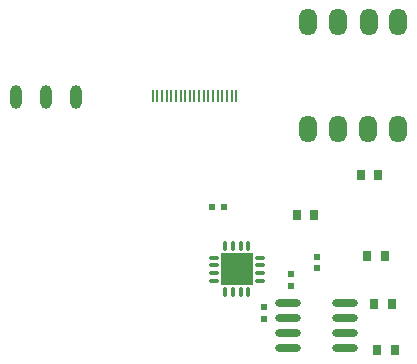
<source format=gtp>
G04 Layer_Color=8421504*
%FSLAX24Y24*%
%MOIN*%
G70*
G01*
G75*
%ADD10O,0.0402X0.0787*%
%ADD11O,0.0598X0.0902*%
%ADD12R,0.0091X0.0394*%
%ADD13R,0.0276X0.0354*%
%ADD14R,0.0236X0.0197*%
%ADD15R,0.0197X0.0236*%
%ADD16O,0.0866X0.0236*%
%ADD17R,0.1063X0.1063*%
%ADD18O,0.0118X0.0335*%
%ADD19O,0.0335X0.0118*%
D10*
X-100Y10080D02*
D03*
X-1108D02*
D03*
X-2100D02*
D03*
D11*
X10650Y9031D02*
D03*
X7650D02*
D03*
X9650D02*
D03*
X8650D02*
D03*
Y12590D02*
D03*
X9658D02*
D03*
X7650D02*
D03*
X10650D02*
D03*
D12*
X5244Y10140D02*
D03*
X5089D02*
D03*
X4934D02*
D03*
X4779D02*
D03*
X4624D02*
D03*
X4469D02*
D03*
X4314D02*
D03*
X4159D02*
D03*
X4004D02*
D03*
X3850D02*
D03*
X3695D02*
D03*
X3540D02*
D03*
X3385D02*
D03*
X3230D02*
D03*
X3075D02*
D03*
X2920D02*
D03*
X2765D02*
D03*
X2609D02*
D03*
X2455D02*
D03*
D13*
X9385Y7490D02*
D03*
X9975D02*
D03*
X9595Y4790D02*
D03*
X10185D02*
D03*
X7255Y6170D02*
D03*
X7845D02*
D03*
X9935Y1660D02*
D03*
X10525D02*
D03*
X9835Y3210D02*
D03*
X10425D02*
D03*
D14*
X4827Y6420D02*
D03*
X4433D02*
D03*
D15*
X6170Y3097D02*
D03*
Y2703D02*
D03*
X7920Y4777D02*
D03*
Y4383D02*
D03*
X7070Y4197D02*
D03*
Y3803D02*
D03*
D16*
X6975Y3230D02*
D03*
Y2730D02*
D03*
Y2230D02*
D03*
Y1730D02*
D03*
X8865Y3230D02*
D03*
Y2730D02*
D03*
Y2230D02*
D03*
Y1730D02*
D03*
D17*
X5258Y4356D02*
D03*
D18*
X4874Y5124D02*
D03*
X5130D02*
D03*
X5386D02*
D03*
X5642D02*
D03*
Y3588D02*
D03*
X5386D02*
D03*
X5130D02*
D03*
X4874D02*
D03*
D19*
X6025Y4740D02*
D03*
Y4484D02*
D03*
Y4228D02*
D03*
Y3972D02*
D03*
X4490D02*
D03*
Y4228D02*
D03*
Y4484D02*
D03*
Y4740D02*
D03*
M02*

</source>
